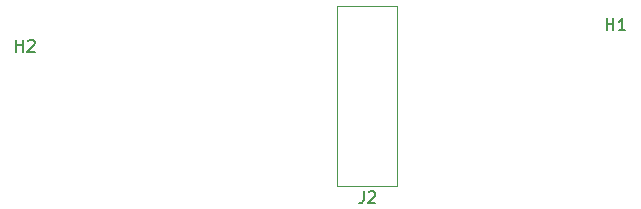
<source format=gbr>
%TF.GenerationSoftware,KiCad,Pcbnew,8.0.8*%
%TF.CreationDate,2025-04-01T17:59:14+02:00*%
%TF.ProjectId,biuzzcharge,6269757a-7a63-4686-9172-67652e6b6963,rev?*%
%TF.SameCoordinates,Original*%
%TF.FileFunction,Legend,Top*%
%TF.FilePolarity,Positive*%
%FSLAX46Y46*%
G04 Gerber Fmt 4.6, Leading zero omitted, Abs format (unit mm)*
G04 Created by KiCad (PCBNEW 8.0.8) date 2025-04-01 17:59:14*
%MOMM*%
%LPD*%
G01*
G04 APERTURE LIST*
%ADD10C,0.150000*%
%ADD11C,0.120000*%
G04 APERTURE END LIST*
D10*
X80238095Y-90254819D02*
X80238095Y-89254819D01*
X80238095Y-89731009D02*
X80809523Y-89731009D01*
X80809523Y-90254819D02*
X80809523Y-89254819D01*
X81238095Y-89350057D02*
X81285714Y-89302438D01*
X81285714Y-89302438D02*
X81380952Y-89254819D01*
X81380952Y-89254819D02*
X81619047Y-89254819D01*
X81619047Y-89254819D02*
X81714285Y-89302438D01*
X81714285Y-89302438D02*
X81761904Y-89350057D01*
X81761904Y-89350057D02*
X81809523Y-89445295D01*
X81809523Y-89445295D02*
X81809523Y-89540533D01*
X81809523Y-89540533D02*
X81761904Y-89683390D01*
X81761904Y-89683390D02*
X81190476Y-90254819D01*
X81190476Y-90254819D02*
X81809523Y-90254819D01*
X130238095Y-88454819D02*
X130238095Y-87454819D01*
X130238095Y-87931009D02*
X130809523Y-87931009D01*
X130809523Y-88454819D02*
X130809523Y-87454819D01*
X131809523Y-88454819D02*
X131238095Y-88454819D01*
X131523809Y-88454819D02*
X131523809Y-87454819D01*
X131523809Y-87454819D02*
X131428571Y-87597676D01*
X131428571Y-87597676D02*
X131333333Y-87692914D01*
X131333333Y-87692914D02*
X131238095Y-87740533D01*
X109648666Y-102090819D02*
X109648666Y-102805104D01*
X109648666Y-102805104D02*
X109601047Y-102947961D01*
X109601047Y-102947961D02*
X109505809Y-103043200D01*
X109505809Y-103043200D02*
X109362952Y-103090819D01*
X109362952Y-103090819D02*
X109267714Y-103090819D01*
X110077238Y-102186057D02*
X110124857Y-102138438D01*
X110124857Y-102138438D02*
X110220095Y-102090819D01*
X110220095Y-102090819D02*
X110458190Y-102090819D01*
X110458190Y-102090819D02*
X110553428Y-102138438D01*
X110553428Y-102138438D02*
X110601047Y-102186057D01*
X110601047Y-102186057D02*
X110648666Y-102281295D01*
X110648666Y-102281295D02*
X110648666Y-102376533D01*
X110648666Y-102376533D02*
X110601047Y-102519390D01*
X110601047Y-102519390D02*
X110029619Y-103090819D01*
X110029619Y-103090819D02*
X110648666Y-103090819D01*
%TO.C,J2*%
D11*
X107442000Y-86380000D02*
X112522000Y-86380000D01*
X112522000Y-101620000D01*
X107442000Y-101620000D01*
X107442000Y-86380000D01*
%TD*%
M02*

</source>
